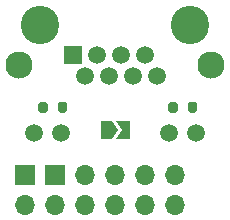
<source format=gbs>
G04 #@! TF.GenerationSoftware,KiCad,Pcbnew,(5.1.10)-1*
G04 #@! TF.CreationDate,2021-11-17T17:41:03-06:00*
G04 #@! TF.ProjectId,RJ45 Clearpath BOB,524a3435-2043-46c6-9561-727061746820,rev?*
G04 #@! TF.SameCoordinates,Original*
G04 #@! TF.FileFunction,Soldermask,Bot*
G04 #@! TF.FilePolarity,Negative*
%FSLAX46Y46*%
G04 Gerber Fmt 4.6, Leading zero omitted, Abs format (unit mm)*
G04 Created by KiCad (PCBNEW (5.1.10)-1) date 2021-11-17 17:41:03*
%MOMM*%
%LPD*%
G01*
G04 APERTURE LIST*
%ADD10C,0.150000*%
%ADD11C,1.500000*%
%ADD12C,2.300000*%
%ADD13C,3.250000*%
%ADD14R,1.500000X1.500000*%
%ADD15O,1.700000X1.700000*%
%ADD16R,1.700000X1.700000*%
G04 APERTURE END LIST*
G36*
G01*
X231350000Y-104500000D02*
X231350000Y-105050000D01*
G75*
G02*
X231150000Y-105250000I-200000J0D01*
G01*
X230750000Y-105250000D01*
G75*
G02*
X230550000Y-105050000I0J200000D01*
G01*
X230550000Y-104500000D01*
G75*
G02*
X230750000Y-104300000I200000J0D01*
G01*
X231150000Y-104300000D01*
G75*
G02*
X231350000Y-104500000I0J-200000D01*
G01*
G37*
G36*
G01*
X233000000Y-104500000D02*
X233000000Y-105050000D01*
G75*
G02*
X232800000Y-105250000I-200000J0D01*
G01*
X232400000Y-105250000D01*
G75*
G02*
X232200000Y-105050000I0J200000D01*
G01*
X232200000Y-104500000D01*
G75*
G02*
X232400000Y-104300000I200000J0D01*
G01*
X232800000Y-104300000D01*
G75*
G02*
X233000000Y-104500000I0J-200000D01*
G01*
G37*
G36*
G01*
X220365000Y-104500000D02*
X220365000Y-105050000D01*
G75*
G02*
X220165000Y-105250000I-200000J0D01*
G01*
X219765000Y-105250000D01*
G75*
G02*
X219565000Y-105050000I0J200000D01*
G01*
X219565000Y-104500000D01*
G75*
G02*
X219765000Y-104300000I200000J0D01*
G01*
X220165000Y-104300000D01*
G75*
G02*
X220365000Y-104500000I0J-200000D01*
G01*
G37*
G36*
G01*
X222015000Y-104500000D02*
X222015000Y-105050000D01*
G75*
G02*
X221815000Y-105250000I-200000J0D01*
G01*
X221415000Y-105250000D01*
G75*
G02*
X221215000Y-105050000I0J200000D01*
G01*
X221215000Y-104500000D01*
G75*
G02*
X221415000Y-104300000I200000J0D01*
G01*
X221815000Y-104300000D01*
G75*
G02*
X222015000Y-104500000I0J-200000D01*
G01*
G37*
D10*
G36*
X226335000Y-106680000D02*
G01*
X225835000Y-107430000D01*
X224835000Y-107430000D01*
X224835000Y-105930000D01*
X225835000Y-105930000D01*
X226335000Y-106680000D01*
G37*
G36*
X227285000Y-107430000D02*
G01*
X226135000Y-107430000D01*
X226635000Y-106680000D01*
X226135000Y-105930000D01*
X227285000Y-105930000D01*
X227285000Y-107430000D01*
G37*
D11*
X232920000Y-106930000D03*
X230630000Y-106930000D03*
X221490000Y-106930000D03*
X219200000Y-106930000D03*
D12*
X217930000Y-101220000D03*
X234190000Y-101220000D03*
D13*
X232410000Y-97790000D03*
X219710000Y-97790000D03*
D11*
X229612000Y-102110000D03*
X227580000Y-102110000D03*
X225548000Y-102110000D03*
X223516000Y-102110000D03*
X228596000Y-100330000D03*
X226564000Y-100330000D03*
X224532000Y-100330000D03*
D14*
X222500000Y-100330000D03*
D15*
X231140000Y-113030000D03*
X231140000Y-110490000D03*
X228600000Y-113030000D03*
X228600000Y-110490000D03*
X226060000Y-113030000D03*
X226060000Y-110490000D03*
X223520000Y-113030000D03*
X223520000Y-110490000D03*
X220980000Y-113030000D03*
D16*
X220980000Y-110490000D03*
D15*
X218440000Y-113030000D03*
D16*
X218440000Y-110490000D03*
M02*

</source>
